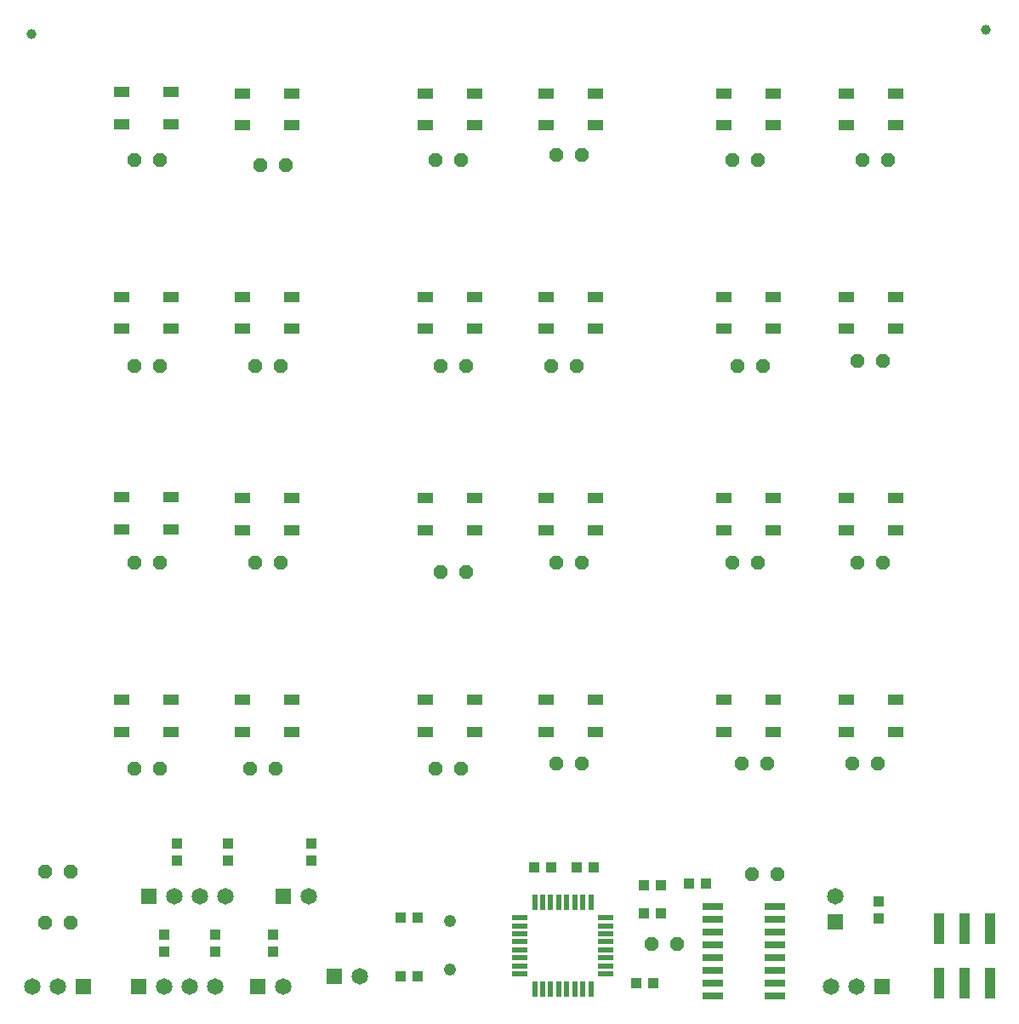
<source format=gts>
G75*
%MOIN*%
%OFA0B0*%
%FSLAX25Y25*%
%IPPOS*%
%LPD*%
%AMOC8*
5,1,8,0,0,1.08239X$1,22.5*
%
%ADD10C,0.03937*%
%ADD11R,0.05906X0.03937*%
%ADD12R,0.03937X0.12205*%
%ADD13R,0.06496X0.06496*%
%ADD14C,0.06496*%
%ADD15R,0.05906X0.02165*%
%ADD16R,0.02165X0.05906*%
%ADD17R,0.04331X0.03937*%
%ADD18R,0.03937X0.04331*%
%ADD19C,0.04800*%
%ADD20OC8,0.05600*%
%ADD21R,0.08000X0.02600*%
D10*
X0073619Y0386047D03*
X0447635Y0388015D03*
D11*
X0412335Y0362991D03*
X0412335Y0350393D03*
X0393044Y0350393D03*
X0393044Y0362991D03*
X0364146Y0362991D03*
X0364146Y0350393D03*
X0344855Y0350393D03*
X0344855Y0362991D03*
X0294461Y0362991D03*
X0294461Y0350393D03*
X0275170Y0350393D03*
X0275170Y0362991D03*
X0247335Y0362991D03*
X0247335Y0350393D03*
X0228044Y0350393D03*
X0228044Y0362991D03*
X0175642Y0362991D03*
X0175642Y0350393D03*
X0156351Y0350393D03*
X0156351Y0362991D03*
X0128280Y0363385D03*
X0128280Y0350787D03*
X0108989Y0350787D03*
X0108989Y0363385D03*
X0108989Y0283306D03*
X0108989Y0270708D03*
X0128280Y0270708D03*
X0128280Y0283306D03*
X0156233Y0283306D03*
X0156233Y0270708D03*
X0175524Y0270708D03*
X0175524Y0283306D03*
X0228044Y0283306D03*
X0228044Y0270708D03*
X0247335Y0270708D03*
X0247335Y0283306D03*
X0275170Y0283306D03*
X0275170Y0270708D03*
X0294461Y0270708D03*
X0294461Y0283306D03*
X0344855Y0283306D03*
X0344855Y0270708D03*
X0364146Y0270708D03*
X0364146Y0283306D03*
X0393044Y0283306D03*
X0393044Y0270708D03*
X0412335Y0270708D03*
X0412335Y0283306D03*
X0412335Y0204527D03*
X0412335Y0191928D03*
X0393044Y0191928D03*
X0393044Y0204527D03*
X0364146Y0204527D03*
X0364146Y0191928D03*
X0344855Y0191928D03*
X0344855Y0204527D03*
X0294461Y0204527D03*
X0294461Y0191928D03*
X0275170Y0191928D03*
X0275170Y0204527D03*
X0247335Y0204527D03*
X0247335Y0191928D03*
X0228044Y0191928D03*
X0228044Y0204527D03*
X0175524Y0204527D03*
X0175524Y0191928D03*
X0156233Y0191928D03*
X0156233Y0204527D03*
X0128280Y0204921D03*
X0128280Y0192322D03*
X0108989Y0192322D03*
X0108989Y0204921D03*
X0108989Y0125590D03*
X0108989Y0112991D03*
X0128280Y0112991D03*
X0128280Y0125590D03*
X0156233Y0125590D03*
X0156233Y0112991D03*
X0175524Y0112991D03*
X0175524Y0125590D03*
X0228044Y0125590D03*
X0228044Y0112991D03*
X0247335Y0112991D03*
X0247335Y0125590D03*
X0275170Y0125590D03*
X0275170Y0112991D03*
X0294461Y0112991D03*
X0294461Y0125590D03*
X0344855Y0125590D03*
X0344855Y0112991D03*
X0364146Y0112991D03*
X0364146Y0125590D03*
X0393044Y0125590D03*
X0393044Y0112991D03*
X0412335Y0112991D03*
X0412335Y0125590D03*
D12*
X0429107Y0035826D03*
X0439107Y0035826D03*
X0449107Y0035826D03*
X0449107Y0014566D03*
X0439107Y0014566D03*
X0429107Y0014566D03*
D13*
X0407020Y0013188D03*
X0388579Y0038527D03*
X0192335Y0017125D03*
X0162335Y0013188D03*
X0172217Y0048621D03*
X0119540Y0048621D03*
X0115485Y0013188D03*
X0094028Y0013188D03*
D14*
X0074028Y0013188D03*
X0084028Y0013188D03*
X0125485Y0013188D03*
X0135485Y0013188D03*
X0145485Y0013188D03*
X0172335Y0013188D03*
X0202335Y0017125D03*
X0182217Y0048621D03*
X0149540Y0048621D03*
X0139540Y0048621D03*
X0129540Y0048621D03*
X0388579Y0048527D03*
X0387020Y0013188D03*
X0397020Y0013188D03*
D15*
X0298753Y0018110D03*
X0298753Y0021259D03*
X0298753Y0024409D03*
X0298753Y0027558D03*
X0298753Y0030708D03*
X0298753Y0033858D03*
X0298753Y0037007D03*
X0298753Y0040157D03*
X0264894Y0040157D03*
X0264894Y0037007D03*
X0264894Y0033858D03*
X0264894Y0030708D03*
X0264894Y0027558D03*
X0264894Y0024409D03*
X0264894Y0021259D03*
X0264894Y0018110D03*
D16*
X0270800Y0012204D03*
X0273949Y0012204D03*
X0277099Y0012204D03*
X0280249Y0012204D03*
X0283398Y0012204D03*
X0286548Y0012204D03*
X0289698Y0012204D03*
X0292847Y0012204D03*
X0292847Y0046062D03*
X0289698Y0046062D03*
X0286548Y0046062D03*
X0283398Y0046062D03*
X0280249Y0046062D03*
X0277099Y0046062D03*
X0273949Y0046062D03*
X0270800Y0046062D03*
D17*
X0224934Y0040354D03*
X0218241Y0040354D03*
X0218170Y0017173D03*
X0224863Y0017173D03*
X0183280Y0062401D03*
X0183280Y0069094D03*
X0150603Y0069094D03*
X0150603Y0062401D03*
X0130603Y0062401D03*
X0130603Y0069094D03*
X0125485Y0033661D03*
X0125485Y0026968D03*
X0145485Y0026968D03*
X0145485Y0033661D03*
X0168398Y0033661D03*
X0168398Y0026968D03*
X0405509Y0039984D03*
X0405509Y0046677D03*
D18*
X0337989Y0053488D03*
X0331296Y0053488D03*
X0320272Y0052858D03*
X0313579Y0052858D03*
X0313579Y0041991D03*
X0320272Y0041991D03*
X0293871Y0059881D03*
X0287178Y0059881D03*
X0277375Y0059881D03*
X0270682Y0059881D03*
X0310593Y0014645D03*
X0317286Y0014645D03*
D19*
X0237453Y0019759D03*
X0237453Y0038759D03*
D20*
X0242005Y0098645D03*
X0232005Y0098645D03*
X0279249Y0100614D03*
X0289249Y0100614D03*
X0352083Y0100614D03*
X0362083Y0100614D03*
X0395390Y0100614D03*
X0405390Y0100614D03*
X0366020Y0057306D03*
X0356020Y0057306D03*
X0326650Y0029747D03*
X0316650Y0029747D03*
X0169170Y0098645D03*
X0159170Y0098645D03*
X0123894Y0098645D03*
X0113894Y0098645D03*
X0089028Y0058188D03*
X0079028Y0058188D03*
X0079028Y0038188D03*
X0089028Y0038188D03*
X0233973Y0175417D03*
X0243973Y0175417D03*
X0279249Y0179354D03*
X0289249Y0179354D03*
X0348146Y0179354D03*
X0358146Y0179354D03*
X0397359Y0179354D03*
X0407359Y0179354D03*
X0407359Y0258094D03*
X0397359Y0258094D03*
X0360115Y0256125D03*
X0350115Y0256125D03*
X0287280Y0256125D03*
X0277280Y0256125D03*
X0243973Y0256125D03*
X0233973Y0256125D03*
X0171138Y0256125D03*
X0161138Y0256125D03*
X0123894Y0256125D03*
X0113894Y0256125D03*
X0113894Y0179354D03*
X0123894Y0179354D03*
X0161138Y0179354D03*
X0171138Y0179354D03*
X0173107Y0334865D03*
X0163107Y0334865D03*
X0123894Y0336834D03*
X0113894Y0336834D03*
X0232005Y0336834D03*
X0242005Y0336834D03*
X0279249Y0338802D03*
X0289249Y0338802D03*
X0348146Y0336834D03*
X0358146Y0336834D03*
X0399327Y0336834D03*
X0409327Y0336834D03*
D21*
X0364774Y0044373D03*
X0364774Y0039373D03*
X0364774Y0034373D03*
X0364774Y0029373D03*
X0364774Y0024373D03*
X0364774Y0019373D03*
X0364774Y0014373D03*
X0364774Y0009373D03*
X0340574Y0009373D03*
X0340574Y0014373D03*
X0340574Y0019373D03*
X0340574Y0024373D03*
X0340574Y0029373D03*
X0340574Y0034373D03*
X0340574Y0039373D03*
X0340574Y0044373D03*
M02*

</source>
